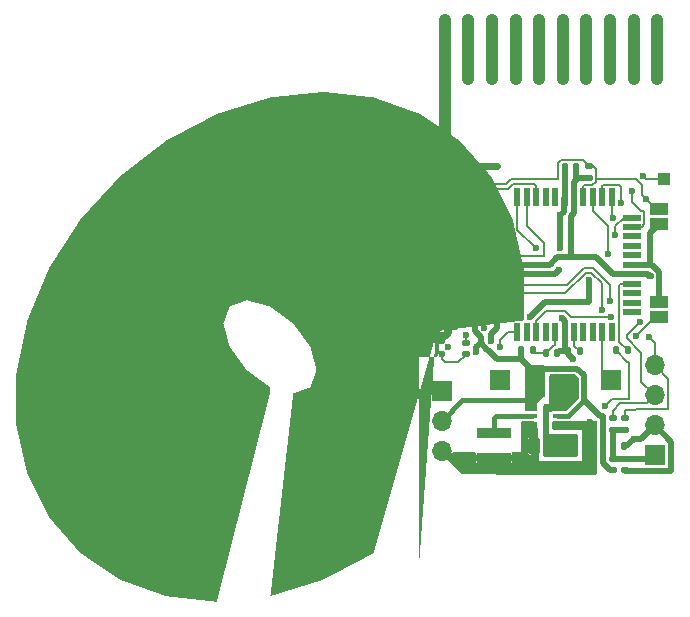
<source format=gbr>
%TF.GenerationSoftware,KiCad,Pcbnew,6.0.11-2627ca5db0~126~ubuntu22.04.1*%
%TF.CreationDate,2024-02-14T15:55:05+01:00*%
%TF.ProjectId,HB_Stamp_ATMega1284P_FUEL4EP,48425f53-7461-46d7-905f-41544d656761,1.4*%
%TF.SameCoordinates,Original*%
%TF.FileFunction,Copper,L1,Top*%
%TF.FilePolarity,Positive*%
%FSLAX46Y46*%
G04 Gerber Fmt 4.6, Leading zero omitted, Abs format (unit mm)*
G04 Created by KiCad (PCBNEW 6.0.11-2627ca5db0~126~ubuntu22.04.1) date 2024-02-14 15:55:05*
%MOMM*%
%LPD*%
G01*
G04 APERTURE LIST*
G04 Aperture macros list*
%AMRoundRect*
0 Rectangle with rounded corners*
0 $1 Rounding radius*
0 $2 $3 $4 $5 $6 $7 $8 $9 X,Y pos of 4 corners*
0 Add a 4 corners polygon primitive as box body*
4,1,4,$2,$3,$4,$5,$6,$7,$8,$9,$2,$3,0*
0 Add four circle primitives for the rounded corners*
1,1,$1+$1,$2,$3*
1,1,$1+$1,$4,$5*
1,1,$1+$1,$6,$7*
1,1,$1+$1,$8,$9*
0 Add four rect primitives between the rounded corners*
20,1,$1+$1,$2,$3,$4,$5,0*
20,1,$1+$1,$4,$5,$6,$7,0*
20,1,$1+$1,$6,$7,$8,$9,0*
20,1,$1+$1,$8,$9,$2,$3,0*%
%AMOutline4P*
0 Free polygon, 4 corners , with rotation*
0 The origin of the aperture is its center*
0 number of corners: always 4*
0 $1 to $8 corner X, Y*
0 $9 Rotation angle, in degrees counterclockwise*
0 create outline with 4 corners*
4,1,4,$1,$2,$3,$4,$5,$6,$7,$8,$1,$2,$9*%
%AMFreePoly0*
4,1,92,0.021486,0.847893,0.029275,0.848568,0.036784,0.846394,0.058270,0.844287,0.095897,0.829276,0.134796,0.818011,0.146566,0.809060,0.160306,0.803579,0.190004,0.776030,0.222241,0.751516,0.230002,0.738926,0.240845,0.728867,0.258632,0.692479,0.279886,0.657999,0.282594,0.643459,0.289089,0.630172,0.292584,0.589820,0.300000,0.550000,0.300000,-0.550000,0.297893,-0.571486,
0.298568,-0.579275,0.296394,-0.586784,0.294287,-0.608270,0.279276,-0.645897,0.268011,-0.684796,0.259060,-0.696566,0.253579,-0.710306,0.226030,-0.740004,0.201516,-0.772241,0.188926,-0.780002,0.178867,-0.790845,0.142479,-0.808632,0.107999,-0.829886,0.093459,-0.832594,0.080172,-0.839089,0.039820,-0.842584,0.000000,-0.850000,-1.100000,-0.850000,-1.121486,-0.847893,-1.129275,-0.848568,
-1.136784,-0.846394,-1.158270,-0.844287,-1.195897,-0.829276,-1.234796,-0.818011,-1.246566,-0.809060,-1.260306,-0.803579,-1.290004,-0.776030,-1.322241,-0.751516,-1.330002,-0.738926,-1.340845,-0.728867,-1.358632,-0.692479,-1.379886,-0.657999,-1.382594,-0.643459,-1.389089,-0.630172,-1.392584,-0.589820,-1.400000,-0.550000,-1.400000,0.000000,-0.705291,0.000000,-0.684486,-0.077645,-0.627646,-0.134486,
-0.550000,-0.155291,-0.472354,-0.134486,-0.415514,-0.077645,-0.394709,0.000000,-0.415514,0.077645,-0.472354,0.134486,-0.550000,0.155291,-0.627645,0.134486,-0.684486,0.077645,-0.705291,0.000000,-1.400000,0.000000,-1.400000,0.550000,-1.397893,0.571486,-1.398568,0.579275,-1.396394,0.586784,-1.394287,0.608270,-1.379276,0.645897,-1.368011,0.684796,-1.359060,0.696566,-1.353579,0.710306,
-1.326030,0.740004,-1.301516,0.772241,-1.288926,0.780002,-1.278867,0.790845,-1.242479,0.808632,-1.207999,0.829886,-1.193459,0.832594,-1.180172,0.839089,-1.139820,0.842584,-1.100000,0.850000,0.000000,0.850000,0.021486,0.847893,0.021486,0.847893,$1*%
%AMFreePoly1*
4,1,49,0.052363,0.295344,0.088849,0.295344,0.262664,0.258398,0.425000,0.186122,0.568761,0.081673,0.687664,-0.050383,0.776514,-0.204274,0.831425,-0.373275,0.850000,-0.550000,0.831425,-0.726725,0.776514,-0.895726,0.687664,-1.049617,0.568761,-1.181673,0.425000,-1.286122,0.262664,-1.358398,0.088849,-1.395344,-0.088849,-1.395344,-0.262664,-1.358398,-0.425000,-1.286122,-0.568761,-1.181673,
-0.687664,-1.049617,-0.776514,-0.895726,-0.831425,-0.726725,-0.850000,-0.550000,-0.155291,-0.550000,-0.134486,-0.627645,-0.077646,-0.684486,0.000000,-0.705291,0.077646,-0.684486,0.134486,-0.627645,0.155291,-0.550000,0.134486,-0.472355,0.077646,-0.415514,0.000000,-0.394709,-0.077645,-0.415514,-0.134486,-0.472355,-0.155291,-0.550000,-0.850000,-0.550000,-0.831425,-0.373275,-0.776514,-0.204274,
-0.687664,-0.050383,-0.568761,0.081673,-0.425000,0.186122,-0.262664,0.258398,-0.088849,0.295344,-0.052363,0.295344,-0.052094,0.295442,0.052094,0.295442,0.052363,0.295344,0.052363,0.295344,$1*%
G04 Aperture macros list end*
%TA.AperFunction,EtchedComponent*%
%ADD10C,1.000000*%
%TD*%
%TA.AperFunction,SMDPad,CuDef*%
%ADD11RoundRect,0.147500X-0.172500X0.147500X-0.172500X-0.147500X0.172500X-0.147500X0.172500X0.147500X0*%
%TD*%
%TA.AperFunction,SMDPad,CuDef*%
%ADD12RoundRect,0.140000X0.170000X-0.140000X0.170000X0.140000X-0.170000X0.140000X-0.170000X-0.140000X0*%
%TD*%
%TA.AperFunction,SMDPad,CuDef*%
%ADD13RoundRect,0.135000X0.185000X-0.135000X0.185000X0.135000X-0.185000X0.135000X-0.185000X-0.135000X0*%
%TD*%
%TA.AperFunction,SMDPad,CuDef*%
%ADD14RoundRect,0.140000X-0.140000X-0.170000X0.140000X-0.170000X0.140000X0.170000X-0.140000X0.170000X0*%
%TD*%
%TA.AperFunction,SMDPad,CuDef*%
%ADD15RoundRect,0.135000X-0.135000X-0.185000X0.135000X-0.185000X0.135000X0.185000X-0.135000X0.185000X0*%
%TD*%
%TA.AperFunction,SMDPad,CuDef*%
%ADD16RoundRect,0.250000X-0.250000X-0.475000X0.250000X-0.475000X0.250000X0.475000X-0.250000X0.475000X0*%
%TD*%
%TA.AperFunction,SMDPad,CuDef*%
%ADD17RoundRect,0.140000X0.140000X0.170000X-0.140000X0.170000X-0.140000X-0.170000X0.140000X-0.170000X0*%
%TD*%
%TA.AperFunction,SMDPad,CuDef*%
%ADD18R,3.000000X0.900000*%
%TD*%
%TA.AperFunction,SMDPad,CuDef*%
%ADD19R,0.900000X0.400000*%
%TD*%
%TA.AperFunction,SMDPad,CuDef*%
%ADD20R,0.550000X1.500000*%
%TD*%
%TA.AperFunction,SMDPad,CuDef*%
%ADD21R,1.500000X0.550000*%
%TD*%
%TA.AperFunction,ComponentPad*%
%ADD22R,1.700000X1.700000*%
%TD*%
%TA.AperFunction,ComponentPad*%
%ADD23O,1.700000X1.700000*%
%TD*%
%TA.AperFunction,ComponentPad*%
%ADD24C,1.000000*%
%TD*%
%TA.AperFunction,SMDPad,CuDef*%
%ADD25Outline4P,-0.350000X-0.400000X0.350000X-0.400000X0.050000X0.400000X-0.050000X0.400000X180.000000*%
%TD*%
%TA.AperFunction,SMDPad,CuDef*%
%ADD26C,0.500000*%
%TD*%
%TA.AperFunction,SMDPad,CuDef*%
%ADD27RoundRect,0.140000X-0.170000X0.140000X-0.170000X-0.140000X0.170000X-0.140000X0.170000X0.140000X0*%
%TD*%
%TA.AperFunction,SMDPad,CuDef*%
%ADD28R,1.000000X1.000000*%
%TD*%
%TA.AperFunction,SMDPad,CuDef*%
%ADD29R,1.500000X1.000000*%
%TD*%
%TA.AperFunction,SMDPad,CuDef*%
%ADD30C,0.600000*%
%TD*%
%TA.AperFunction,SMDPad,CuDef*%
%ADD31FreePoly0,180.000000*%
%TD*%
%TA.AperFunction,SMDPad,CuDef*%
%ADD32FreePoly1,180.000000*%
%TD*%
%TA.AperFunction,SMDPad,CuDef*%
%ADD33RoundRect,0.135000X0.135000X0.185000X-0.135000X0.185000X-0.135000X-0.185000X0.135000X-0.185000X0*%
%TD*%
%TA.AperFunction,SMDPad,CuDef*%
%ADD34RoundRect,0.147500X0.172500X-0.147500X0.172500X0.147500X-0.172500X0.147500X-0.172500X-0.147500X0*%
%TD*%
%TA.AperFunction,SMDPad,CuDef*%
%ADD35RoundRect,0.147500X0.147500X0.172500X-0.147500X0.172500X-0.147500X-0.172500X0.147500X-0.172500X0*%
%TD*%
%TA.AperFunction,ViaPad*%
%ADD36C,0.600000*%
%TD*%
%TA.AperFunction,Conductor*%
%ADD37C,0.200000*%
%TD*%
%TA.AperFunction,Conductor*%
%ADD38C,0.500000*%
%TD*%
%TA.AperFunction,Conductor*%
%ADD39C,0.400000*%
%TD*%
%TA.AperFunction,Conductor*%
%ADD40C,0.600000*%
%TD*%
G04 APERTURE END LIST*
D10*
%TO.C,AE1*%
X4049000Y38861500D02*
X4049000Y33861500D01*
X18049000Y38861500D02*
X18049000Y33861500D01*
X14049000Y38861500D02*
X14049000Y33861500D01*
X12049000Y38861500D02*
X12049000Y33861500D01*
X8049000Y38861500D02*
X8049000Y33861500D01*
X16049000Y38861500D02*
X16049000Y33861500D01*
X20049000Y38861500D02*
X20049000Y33861500D01*
X10049000Y38861500D02*
X10049000Y33861500D01*
X6049000Y38861500D02*
X6049000Y33861500D01*
X2049000Y27861500D02*
X2049000Y38861500D01*
%TO.C,NT1*%
G36*
X4060000Y24511000D02*
G01*
X3560000Y24511000D01*
X3560000Y25511000D01*
X4060000Y25511000D01*
X4060000Y24511000D01*
G37*
%TD*%
D11*
%TO.P,D1,1,K*%
%TO.N,GND*%
X4953000Y23980000D03*
%TO.P,D1,2,A*%
%TO.N,Net-(D1-Pad2)*%
X4953000Y23010000D03*
%TD*%
D12*
%TO.P,C1,1*%
%TO.N,/DTR*%
X3810000Y10569000D03*
%TO.P,C1,2*%
%TO.N,/RSETB*%
X3810000Y11529000D03*
%TD*%
D13*
%TO.P,R4,1*%
%TO.N,Net-(R4-Pad1)*%
X4951000Y21080000D03*
%TO.P,R4,2*%
%TO.N,Net-(D1-Pad2)*%
X4951000Y22100000D03*
%TD*%
%TO.P,R1,1*%
%TO.N,VCC*%
X14224000Y25525000D03*
%TO.P,R1,2*%
%TO.N,/RSETB*%
X14224000Y26545000D03*
%TD*%
D14*
%TO.P,C2,1*%
%TO.N,GND*%
X12506000Y10829000D03*
%TO.P,C2,2*%
%TO.N,Net-(C2-Pad2)*%
X13466000Y10829000D03*
%TD*%
D12*
%TO.P,C4,1*%
%TO.N,VCC*%
X19429000Y17173000D03*
%TO.P,C4,2*%
%TO.N,GND*%
X19429000Y18133000D03*
%TD*%
D14*
%TO.P,C6,1*%
%TO.N,GND*%
X12220000Y25400000D03*
%TO.P,C6,2*%
%TO.N,VCC*%
X13180000Y25400000D03*
%TD*%
%TO.P,C8,1*%
%TO.N,Net-(C8-Pad1)*%
X10601000Y10702000D03*
%TO.P,C8,2*%
%TO.N,GND*%
X11561000Y10702000D03*
%TD*%
D15*
%TO.P,R2,1*%
%TO.N,VCC*%
X8539000Y10956000D03*
%TO.P,R2,2*%
%TO.N,Net-(C8-Pad1)*%
X9559000Y10956000D03*
%TD*%
D13*
%TO.P,R6,1*%
%TO.N,/VDDA*%
X16256000Y4189000D03*
%TO.P,R6,2*%
%TO.N,/SCL*%
X16256000Y5209000D03*
%TD*%
D16*
%TO.P,C5,1*%
%TO.N,/plusBAT*%
X9575000Y2810000D03*
%TO.P,C5,2*%
%TO.N,GND*%
X11475000Y2810000D03*
%TD*%
D12*
%TO.P,C11,1*%
%TO.N,VCC*%
X4953000Y19205000D03*
%TO.P,C11,2*%
%TO.N,GND*%
X4953000Y20165000D03*
%TD*%
%TO.P,C12,1*%
%TO.N,VCC*%
X3937000Y19205000D03*
%TO.P,C12,2*%
%TO.N,GND*%
X3937000Y20165000D03*
%TD*%
D17*
%TO.P,C13,1*%
%TO.N,/ANT*%
X3909000Y26543000D03*
%TO.P,C13,2*%
%TO.N,Net-(AE1-Pad1)*%
X2949000Y26543000D03*
%TD*%
D18*
%TO.P,L1,1,1*%
%TO.N,/plusBAT*%
X6207000Y1821000D03*
%TO.P,L1,2,2*%
%TO.N,/L*%
X6207000Y3921000D03*
%TD*%
D19*
%TO.P,U2,1,VIN*%
%TO.N,/plusBAT*%
X11625000Y4700000D03*
%TO.P,U2,2,FB*%
%TO.N,VCC*%
X11625000Y5350000D03*
%TO.P,U2,3,GND*%
%TO.N,GND*%
X11625000Y6000000D03*
%TO.P,U2,4,VOUT*%
%TO.N,VCC*%
X9425000Y6000000D03*
%TO.P,U2,5,L*%
%TO.N,/L*%
X9425000Y5350000D03*
%TO.P,U2,6,EN*%
%TO.N,/plusBAT*%
X9425000Y4700000D03*
%TD*%
D16*
%TO.P,C9,1*%
%TO.N,VCC*%
X9575000Y8144000D03*
%TO.P,C9,2*%
%TO.N,GND*%
X11475000Y8144000D03*
%TD*%
D20*
%TO.P,U1,1,PB5*%
%TO.N,/MOSI*%
X16190000Y23861000D03*
%TO.P,U1,2,PB6*%
%TO.N,/MISO*%
X15390000Y23861000D03*
%TO.P,U1,3,PB7*%
%TO.N,/SCK*%
X14590000Y23861000D03*
%TO.P,U1,4,~{RESET}*%
%TO.N,/RSETB*%
X13790000Y23861000D03*
%TO.P,U1,5,VCC*%
%TO.N,VCC*%
X12990000Y23861000D03*
%TO.P,U1,6,GND*%
%TO.N,GND*%
X12190000Y23861000D03*
%TO.P,U1,7,XTAL2*%
%TO.N,unconnected-(U1-Pad7)*%
X11390000Y23861000D03*
%TO.P,U1,8,XTAL1*%
%TO.N,unconnected-(U1-Pad8)*%
X10590000Y23861000D03*
%TO.P,U1,9,PD0*%
%TO.N,/RXD0*%
X9790000Y23861000D03*
%TO.P,U1,10,PD1*%
%TO.N,/TXD0*%
X8990000Y23861000D03*
%TO.P,U1,11,PD2*%
%TO.N,/D2*%
X8190000Y23861000D03*
D21*
%TO.P,U1,12,PD3*%
%TO.N,unconnected-(U1-Pad12)*%
X6490000Y22161000D03*
%TO.P,U1,13,PD4*%
%TO.N,Net-(R4-Pad1)*%
X6490000Y21361000D03*
%TO.P,U1,14,PD5*%
%TO.N,unconnected-(U1-Pad14)*%
X6490000Y20561000D03*
%TO.P,U1,15,PD6*%
%TO.N,unconnected-(U1-Pad15)*%
X6490000Y19761000D03*
%TO.P,U1,16,PD7*%
%TO.N,unconnected-(U1-Pad16)*%
X6490000Y18961000D03*
%TO.P,U1,17,VCC*%
%TO.N,VCC*%
X6490000Y18161000D03*
%TO.P,U1,18,GND*%
%TO.N,GND*%
X6490000Y17361000D03*
%TO.P,U1,19,PC0*%
%TO.N,/SCL*%
X6490000Y16561000D03*
%TO.P,U1,20,PC1*%
%TO.N,/SDA*%
X6490000Y15761000D03*
%TO.P,U1,21,PC2*%
%TO.N,unconnected-(U1-Pad21)*%
X6490000Y14961000D03*
%TO.P,U1,22,PC3*%
%TO.N,unconnected-(U1-Pad22)*%
X6490000Y14161000D03*
D20*
%TO.P,U1,23,PC4*%
%TO.N,Net-(J7-Pad1)*%
X8190000Y12461000D03*
%TO.P,U1,24,PC5*%
%TO.N,unconnected-(U1-Pad24)*%
X8990000Y12461000D03*
%TO.P,U1,25,PC6*%
%TO.N,/CONFIG*%
X9790000Y12461000D03*
%TO.P,U1,26,PC7*%
%TO.N,unconnected-(U1-Pad26)*%
X10590000Y12461000D03*
%TO.P,U1,27,AVCC*%
%TO.N,Net-(C8-Pad1)*%
X11390000Y12461000D03*
%TO.P,U1,28,GND*%
%TO.N,GND*%
X12190000Y12461000D03*
%TO.P,U1,29,AREF*%
%TO.N,Net-(C2-Pad2)*%
X12990000Y12461000D03*
%TO.P,U1,30,PA7*%
%TO.N,unconnected-(U1-Pad30)*%
X13790000Y12461000D03*
%TO.P,U1,31,PA6*%
%TO.N,unconnected-(U1-Pad31)*%
X14590000Y12461000D03*
%TO.P,U1,32,PA5*%
%TO.N,Net-(J5-Pad1)*%
X15390000Y12461000D03*
%TO.P,U1,33,PA4*%
%TO.N,unconnected-(U1-Pad33)*%
X16190000Y12461000D03*
D21*
%TO.P,U1,34,PA3*%
%TO.N,unconnected-(U1-Pad34)*%
X17890000Y14161000D03*
%TO.P,U1,35,PA2*%
%TO.N,unconnected-(U1-Pad35)*%
X17890000Y14961000D03*
%TO.P,U1,36,PA1*%
%TO.N,unconnected-(U1-Pad36)*%
X17890000Y15761000D03*
%TO.P,U1,37,PA0*%
%TO.N,Net-(R3-Pad1)*%
X17890000Y16561000D03*
%TO.P,U1,38,VCC*%
%TO.N,VCC*%
X17890000Y17361000D03*
%TO.P,U1,39,GND*%
%TO.N,GND*%
X17890000Y18161000D03*
%TO.P,U1,40,PB0*%
%TO.N,unconnected-(U1-Pad40)*%
X17890000Y18961000D03*
%TO.P,U1,41,PB1*%
%TO.N,unconnected-(U1-Pad41)*%
X17890000Y19761000D03*
%TO.P,U1,42,PB2*%
%TO.N,unconnected-(U1-Pad42)*%
X17890000Y20561000D03*
%TO.P,U1,43,PB3*%
%TO.N,Net-(J6-Pad1)*%
X17890000Y21361000D03*
%TO.P,U1,44,PB4*%
%TO.N,/SS*%
X17890000Y22161000D03*
%TD*%
D17*
%TO.P,C3,1*%
%TO.N,VCC*%
X13180000Y26416000D03*
%TO.P,C3,2*%
%TO.N,GND*%
X12220000Y26416000D03*
%TD*%
D22*
%TO.P,J1,1,Pin_1*%
%TO.N,GND*%
X1778000Y7493000D03*
D23*
%TO.P,J1,2,Pin_2*%
%TO.N,VCC*%
X1778000Y4953000D03*
%TO.P,J1,3,Pin_3*%
%TO.N,/plusBAT*%
X1778000Y2413000D03*
%TD*%
D24*
%TO.P,AE1,*%
%TO.N,*%
X6049000Y38861500D03*
X20049000Y38861500D03*
X16049000Y33861500D03*
X8049000Y38861500D03*
X4049000Y33861500D03*
X10049000Y38861500D03*
X14049000Y38861500D03*
X12049000Y38861500D03*
X18049000Y33861500D03*
X16049000Y38861500D03*
X2049000Y38861500D03*
X14049000Y33861500D03*
X18049000Y38861500D03*
X20049000Y33861500D03*
X12049000Y33861500D03*
X8049000Y33861500D03*
X10049000Y33861500D03*
X4049000Y38861500D03*
X6049000Y33861500D03*
D25*
%TO.P,AE1,1,A*%
%TO.N,Net-(AE1-Pad1)*%
X2049000Y27161500D03*
%TD*%
D22*
%TO.P,J7,1,Pin_1*%
%TO.N,Net-(J7-Pad1)*%
X6731000Y8382000D03*
%TD*%
D26*
%TO.P,NT1,1,1*%
%TO.N,GND*%
X3810000Y25511000D03*
%TO.P,NT1,2,2*%
%TO.N,/CTS*%
X3810000Y24511000D03*
%TD*%
D27*
%TO.P,C14,1*%
%TO.N,/VDDA*%
X17272000Y1750000D03*
%TO.P,C14,2*%
%TO.N,GND*%
X17272000Y790000D03*
%TD*%
D22*
%TO.P,J4,1,Pin_1*%
%TO.N,/VDDA*%
X19812000Y2032000D03*
D23*
%TO.P,J4,2,Pin_2*%
%TO.N,GND*%
X19812000Y4572000D03*
%TO.P,J4,3,Pin_3*%
%TO.N,/SCL*%
X19812000Y7112000D03*
%TO.P,J4,4,Pin_4*%
%TO.N,/SDA*%
X19812000Y9652000D03*
%TD*%
D27*
%TO.P,C7,1*%
%TO.N,VCC*%
X4985000Y18294000D03*
%TO.P,C7,2*%
%TO.N,GND*%
X4985000Y17334000D03*
%TD*%
D28*
%TO.P,J6,1,Pin_1*%
%TO.N,Net-(J6-Pad1)*%
X20574000Y25400000D03*
%TD*%
D29*
%TO.P,JP2,1,A*%
%TO.N,/CONFIG*%
X20193000Y13701000D03*
%TO.P,JP2,2,B*%
%TO.N,GND*%
X20193000Y15001000D03*
%TD*%
%TO.P,JP1,1,A*%
%TO.N,GND*%
X20193000Y21575000D03*
%TO.P,JP1,2,B*%
%TO.N,/RSETB*%
X20193000Y22875000D03*
%TD*%
D30*
%TO.P,J2,1,Pin_1*%
%TO.N,/DTR*%
X1778000Y10626000D03*
D31*
X1228000Y11176000D03*
D30*
X2328000Y11176000D03*
X1778000Y11726000D03*
%TO.P,J2,2,Pin_2*%
%TO.N,/TXD0*%
X2328000Y13716000D03*
D32*
X1778000Y13166000D03*
D30*
X1778000Y14266000D03*
X1228000Y13716000D03*
%TO.P,J2,3,Pin_3*%
%TO.N,/RXD0*%
X2328000Y16256000D03*
X1778000Y16806000D03*
X1228000Y16256000D03*
D32*
X1778000Y15706000D03*
D30*
%TO.P,J2,4,Pin_4*%
%TO.N,VCC*%
X2328000Y18796000D03*
X1228000Y18796000D03*
X1778000Y19346000D03*
D32*
X1778000Y18246000D03*
D30*
%TO.P,J2,5,Pin_5*%
%TO.N,/CTS*%
X1778000Y21886000D03*
D32*
X1778000Y20786000D03*
D30*
X1228000Y21336000D03*
X2328000Y21336000D03*
%TO.P,J2,6,Pin_6*%
%TO.N,GND*%
X1778000Y24426000D03*
D32*
X1778000Y23326000D03*
D30*
X1228000Y23876000D03*
X2328000Y23876000D03*
%TD*%
D22*
%TO.P,J5,1,Pin_1*%
%TO.N,Net-(J5-Pad1)*%
X16129000Y8382000D03*
%TD*%
D33*
%TO.P,R3,1*%
%TO.N,Net-(R3-Pad1)*%
X17528000Y10922000D03*
%TO.P,R3,2*%
%TO.N,/plusBAT*%
X16508000Y10922000D03*
%TD*%
D34*
%TO.P,FB1,1*%
%TO.N,VCC*%
X16256000Y785000D03*
%TO.P,FB1,2*%
%TO.N,/VDDA*%
X16256000Y1755000D03*
%TD*%
D13*
%TO.P,R5,1*%
%TO.N,/VDDA*%
X17272000Y4189000D03*
%TO.P,R5,2*%
%TO.N,/SDA*%
X17272000Y5209000D03*
%TD*%
D35*
%TO.P,L2,1,1*%
%TO.N,Net-(AE1-Pad1)*%
X1882000Y26416000D03*
%TO.P,L2,2,2*%
%TO.N,GND*%
X912000Y26416000D03*
%TD*%
D14*
%TO.P,C10,1*%
%TO.N,/VDDA*%
X16284000Y2794000D03*
%TO.P,C10,2*%
%TO.N,GND*%
X17244000Y2794000D03*
%TD*%
D36*
%TO.N,GND*%
X11957454Y13615936D03*
X14224000Y16891000D03*
X18131000Y732000D03*
X12943781Y10146292D03*
X3979911Y20404089D03*
X12700000Y8382000D03*
X6477000Y13081000D03*
X11811000Y19558000D03*
X19431000Y19177000D03*
X5969000Y11684000D03*
X11747500Y17716500D03*
X2413000Y25527000D03*
X18034000Y3429000D03*
X9271000Y13716000D03*
X6350000Y23622000D03*
X4345247Y16549501D03*
X12700000Y7239000D03*
X11811000Y22352000D03*
%TO.N,/SS*%
X16474855Y20670249D03*
%TO.N,/D2*%
X9779000Y19558000D03*
%TO.N,/SCL*%
X16044911Y15070089D03*
X18542000Y13335000D03*
%TO.N,/SDA*%
X15371930Y14318300D03*
X19304000Y12065000D03*
%TO.N,/MOSI*%
X16282502Y22098000D03*
%TO.N,/SCK*%
X4318000Y15350001D03*
X3827500Y17653000D03*
X15875355Y19048111D03*
%TO.N,/MISO*%
X16964502Y23368000D03*
%TO.N,VCC*%
X4699000Y10795000D03*
X4064001Y18668999D03*
%TO.N,/plusBAT*%
X14351000Y4826000D03*
X15621000Y6223000D03*
X12828000Y4700000D03*
X8763000Y3937000D03*
%TO.N,/CONFIG*%
X18229662Y12100500D03*
X16129000Y13716000D03*
%TO.N,/RSETB*%
X3859055Y12227500D03*
X19059500Y23758500D03*
X4734500Y25237500D03*
%TO.N,/TXD0*%
X2923399Y12866436D03*
X7747000Y19050000D03*
X5210925Y16153427D03*
X5334000Y12827000D03*
%TO.N,Net-(J6-Pad1)*%
X18796000Y25654000D03*
X17907000Y24384000D03*
%TO.N,Net-(J7-Pad1)*%
X6731000Y11176000D03*
%TO.N,/ANT*%
X6477000Y26543000D03*
%TD*%
D37*
%TO.N,/RXD0*%
X1778000Y16806000D02*
X1228000Y16806000D01*
X628000Y17406000D02*
X628000Y19297000D01*
X2175255Y19955255D02*
X4318000Y22098000D01*
X4318000Y24297861D02*
X4639638Y24619499D01*
X1228000Y16806000D02*
X628000Y17406000D01*
X628000Y19297000D02*
X1286255Y19955255D01*
X1286255Y19955255D02*
X2175255Y19955255D01*
X4318000Y22098000D02*
X4318000Y24297861D01*
X4639638Y24619499D02*
X7404479Y24619499D01*
X7785479Y25000499D02*
X9600501Y25000499D01*
X7404479Y24619499D02*
X7785479Y25000499D01*
X9600501Y25000499D02*
X9790000Y24811000D01*
X9790000Y24811000D02*
X9790000Y23861000D01*
D38*
%TO.N,GND*%
X4953000Y20165000D02*
X4219000Y20165000D01*
X4219000Y20165000D02*
X3979911Y20404089D01*
D37*
%TO.N,/DTR*%
X1778000Y10160000D02*
X1778000Y10626000D01*
%TO.N,/TXD0*%
X2923399Y12866436D02*
X2923399Y13120601D01*
X2923399Y13120601D02*
X2328000Y13716000D01*
D38*
%TO.N,VCC*%
X2328000Y18796000D02*
X3937000Y18796000D01*
X3937000Y18796000D02*
X4064001Y18668999D01*
X5080000Y12021046D02*
X4584500Y12516546D01*
D37*
%TO.N,/SCK*%
X4318000Y15350001D02*
X3745747Y15922254D01*
D38*
%TO.N,VCC*%
X4584500Y12516546D02*
X4584500Y13366454D01*
D37*
%TO.N,/SCK*%
X3745747Y17571247D02*
X3827500Y17653000D01*
X3745747Y15922254D02*
X3745747Y17571247D01*
D38*
%TO.N,VCC*%
X5080000Y11557000D02*
X5080000Y12021046D01*
X4584500Y13366454D02*
X3078000Y14872954D01*
X3078000Y18046000D02*
X2328000Y18796000D01*
X3078000Y14872954D02*
X3078000Y18046000D01*
D37*
%TO.N,/CTS*%
X3810000Y23368000D02*
X2328000Y21886000D01*
X2328000Y21886000D02*
X1778000Y21886000D01*
D38*
%TO.N,GND*%
X1778000Y24426000D02*
X1778000Y24892000D01*
X1778000Y24892000D02*
X2413000Y25527000D01*
X19613386Y18133000D02*
X20193000Y17553386D01*
X5098501Y23834499D02*
X6137501Y23834499D01*
X12190000Y11145000D02*
X12506000Y10829000D01*
X17399000Y2794000D02*
X18034000Y3429000D01*
X11688000Y10829000D02*
X11561000Y10702000D01*
X17330000Y732000D02*
X18131000Y732000D01*
X17244000Y2794000D02*
X17399000Y2794000D01*
X12220000Y25400000D02*
X12220000Y23891000D01*
X12115000Y23786000D02*
X12115000Y22661000D01*
X19431000Y19177000D02*
X19431000Y20813000D01*
X12220000Y23891000D02*
X12190000Y23861000D01*
X4345247Y16694247D02*
X4345247Y16549501D01*
X912000Y25713007D02*
X1106007Y25519000D01*
X3810000Y25265000D02*
X2675000Y25265000D01*
D39*
X10525000Y3760000D02*
X10525000Y5750000D01*
D38*
X2921000Y25511000D02*
X2675000Y25265000D01*
X21209000Y3175000D02*
X19812000Y4572000D01*
X21179000Y732000D02*
X21209000Y762000D01*
X2405000Y25519000D02*
X2413000Y25527000D01*
X12115000Y22661000D02*
X11806000Y22352000D01*
X21209000Y762000D02*
X21209000Y3175000D01*
X11392000Y17361000D02*
X11747500Y17716500D01*
X10541000Y14986000D02*
X14224000Y14986000D01*
X12220000Y26416000D02*
X12220000Y25400000D01*
X12190000Y12461000D02*
X12190000Y13383390D01*
X19429000Y18133000D02*
X19613386Y18133000D01*
X17890000Y18161000D02*
X19401000Y18161000D01*
X11625000Y6917000D02*
X11625000Y7994000D01*
X17272000Y790000D02*
X17330000Y732000D01*
X20193000Y17553386D02*
X20193000Y15001000D01*
X12462000Y8144000D02*
X12700000Y8382000D01*
D39*
X10775000Y6000000D02*
X11625000Y6000000D01*
D38*
X12190000Y12461000D02*
X12190000Y11145000D01*
X19431000Y19177000D02*
X19431000Y18135000D01*
X912000Y26416000D02*
X912000Y25713007D01*
X12506000Y10829000D02*
X12506000Y10584073D01*
X4953000Y23980000D02*
X5098501Y23834499D01*
X3794000Y25527000D02*
X3810000Y25511000D01*
X11806000Y22352000D02*
X11811000Y22352000D01*
X11811000Y22352000D02*
X11811000Y19558000D01*
X11625000Y6000000D02*
X11625000Y6917000D01*
D39*
X10525000Y5750000D02*
X10775000Y6000000D01*
D38*
X1106007Y25519000D02*
X2405000Y25519000D01*
X5969000Y11684000D02*
X5969000Y12319000D01*
X18669000Y3429000D02*
X18034000Y3429000D01*
X6490000Y17361000D02*
X5012000Y17361000D01*
X2675000Y25265000D02*
X2413000Y25527000D01*
X19431000Y20813000D02*
X20193000Y21575000D01*
X12190000Y13383390D02*
X11957454Y13615936D01*
X2413000Y25527000D02*
X3794000Y25527000D01*
X3810000Y25511000D02*
X2921000Y25511000D01*
X5969000Y12319000D02*
X6477000Y12827000D01*
X19812000Y4572000D02*
X18669000Y3429000D01*
X9271000Y13716000D02*
X10541000Y14986000D01*
X12700000Y8382000D02*
X12700000Y7239000D01*
X4985000Y17334000D02*
X4345247Y16694247D01*
X12506000Y10829000D02*
X11688000Y10829000D01*
X11475000Y8144000D02*
X12462000Y8144000D01*
X12190000Y23861000D02*
X12115000Y23786000D01*
X14224000Y14986000D02*
X14224000Y16891000D01*
X18131000Y732000D02*
X21179000Y732000D01*
X12506000Y10584073D02*
X12943781Y10146292D01*
D39*
X11475000Y2810000D02*
X10525000Y3760000D01*
D38*
X6490000Y17361000D02*
X11392000Y17361000D01*
X6137501Y23834499D02*
X6350000Y23622000D01*
X6477000Y12827000D02*
X6477000Y13081000D01*
D37*
%TO.N,Net-(D1-Pad2)*%
X4951000Y22100000D02*
X4951000Y23008000D01*
%TO.N,/SS*%
X17193324Y22161000D02*
X16474855Y21442531D01*
X16474855Y21442531D02*
X16474855Y20670249D01*
X17890000Y22161000D02*
X17193324Y22161000D01*
%TO.N,/D2*%
X8190000Y21147000D02*
X9779000Y19558000D01*
X8190000Y23861000D02*
X8190000Y21147000D01*
%TO.N,/SCL*%
X18662000Y8262000D02*
X18662000Y10723183D01*
X13810199Y17890001D02*
X14637801Y17890001D01*
X12388697Y16468499D02*
X13810199Y17890001D01*
X16254000Y5761183D02*
X16254000Y5211000D01*
X16044911Y16482891D02*
X16044911Y15070089D01*
X16925316Y6432499D02*
X16254000Y5761183D01*
X14637801Y17890001D02*
X16044911Y16482891D01*
X17447183Y11938000D02*
X17447183Y12240183D01*
X6582501Y16468499D02*
X12388697Y16468499D01*
X19812000Y7112000D02*
X18662000Y8262000D01*
X19132499Y6432499D02*
X16925316Y6432499D01*
X18662000Y10723183D02*
X17447183Y11938000D01*
X17447183Y12240183D02*
X18542000Y13335000D01*
X19812000Y7112000D02*
X19132499Y6432499D01*
%TO.N,/SDA*%
X14472322Y17490500D02*
X15371930Y16590892D01*
X13975678Y17490500D02*
X14472322Y17490500D01*
X12246178Y15761000D02*
X13975678Y17490500D01*
X19812000Y9652000D02*
X20962000Y8502000D01*
X20962000Y5976000D02*
X20948000Y5962000D01*
X6490000Y15761000D02*
X12246178Y15761000D01*
X15371930Y16590892D02*
X15371930Y14318300D01*
X19812000Y9652000D02*
X19812000Y11557000D01*
X18267960Y5962000D02*
X18149960Y5844000D01*
X20948000Y5962000D02*
X18267960Y5962000D01*
X17272000Y5844000D02*
X17272000Y5209000D01*
X20962000Y8502000D02*
X20962000Y5976000D01*
X19812000Y11557000D02*
X19304000Y12065000D01*
X18149960Y5844000D02*
X17272000Y5844000D01*
D38*
%TO.N,/VDDA*%
X16284000Y2794000D02*
X16284000Y4161000D01*
X17272000Y4189000D02*
X16256000Y4189000D01*
X16284000Y4161000D02*
X16256000Y4189000D01*
X17272000Y1750000D02*
X19530000Y1750000D01*
X16256000Y1755000D02*
X17267000Y1755000D01*
X16284000Y2794000D02*
X16284000Y1783000D01*
D37*
%TO.N,/MOSI*%
X16190000Y22190502D02*
X16282502Y22098000D01*
X16190000Y23861000D02*
X16190000Y22190502D01*
%TO.N,/SCK*%
X14590000Y22748000D02*
X15875355Y21462645D01*
X15875355Y21462645D02*
X15875355Y19048111D01*
X14590000Y23861000D02*
X14590000Y22748000D01*
%TO.N,/MISO*%
X16765000Y24911000D02*
X15490000Y24911000D01*
X15490000Y24911000D02*
X15390000Y24811000D01*
X16964502Y23368000D02*
X16964502Y24711498D01*
X16964502Y24711498D02*
X16765000Y24911000D01*
X15390000Y24811000D02*
X15390000Y23861000D01*
D38*
%TO.N,VCC*%
X4985000Y18383000D02*
X4381501Y18986499D01*
X6490000Y18161000D02*
X5118000Y18161000D01*
X12700000Y18923000D02*
X12802498Y18820502D01*
X19241000Y17361000D02*
X19429000Y17173000D01*
X15486000Y5326000D02*
X15478000Y5334000D01*
X12700000Y22256756D02*
X12990000Y22546756D01*
X5118000Y18161000D02*
X4985000Y18294000D01*
X5080000Y11513046D02*
X5080000Y11557000D01*
X13827000Y6702000D02*
X13827000Y8812000D01*
X13286000Y9353000D02*
X9575000Y9353000D01*
X12700000Y22256756D02*
X12700000Y18923000D01*
X16256000Y785000D02*
X16061007Y785000D01*
X15486000Y1360007D02*
X15486000Y5326000D01*
X13305000Y25525000D02*
X13180000Y25400000D01*
D39*
X9425000Y6704000D02*
X3529000Y6704000D01*
D38*
X12790496Y18808500D02*
X12802498Y18820502D01*
X6477000Y10160000D02*
X5702500Y10934500D01*
X4699000Y11176000D02*
X4699000Y10795000D01*
X14865412Y18820502D02*
X16324914Y17361000D01*
X9575000Y9353000D02*
X9575000Y8144000D01*
D39*
X11625000Y5350000D02*
X12475000Y5350000D01*
D38*
X3937000Y19205000D02*
X4953000Y19205000D01*
X15478000Y5334000D02*
X15195000Y5334000D01*
X17890000Y17361000D02*
X19241000Y17361000D01*
X11569500Y18808500D02*
X12790496Y18808500D01*
X4600002Y19205000D02*
X4381501Y18986499D01*
X4953000Y19205000D02*
X4600002Y19205000D01*
X5080000Y11557000D02*
X4699000Y11176000D01*
X8539000Y10956000D02*
X8539000Y10168000D01*
X4985000Y18294000D02*
X4985000Y18383000D01*
D39*
X12475000Y5350000D02*
X13827000Y6702000D01*
D38*
X16061007Y785000D02*
X15486000Y1360007D01*
X16324914Y17361000D02*
X17890000Y17361000D01*
X13180000Y25400000D02*
X12990000Y25210000D01*
X5702500Y10934500D02*
X5658546Y10934500D01*
X13180000Y26416000D02*
X13180000Y25400000D01*
X3937000Y19205000D02*
X3937000Y18796000D01*
D39*
X9454000Y9253000D02*
X9370000Y9337000D01*
D38*
X6490000Y18161000D02*
X10922000Y18161000D01*
D39*
X3529000Y6704000D02*
X1778000Y4953000D01*
D38*
X14224000Y25525000D02*
X13305000Y25525000D01*
X12802498Y18820502D02*
X14865412Y18820502D01*
X9425000Y6704000D02*
X9425000Y7994000D01*
X9370000Y9337000D02*
X8547000Y10160000D01*
X4953000Y19205000D02*
X4953000Y18326000D01*
X5658546Y10934500D02*
X5080000Y11513046D01*
X15195000Y5334000D02*
X13827000Y6702000D01*
X8547000Y10160000D02*
X6477000Y10160000D01*
X9425000Y6000000D02*
X9425000Y6704000D01*
X10922000Y18161000D02*
X11569500Y18808500D01*
X8539000Y10168000D02*
X8547000Y10160000D01*
X4381501Y18986499D02*
X4064001Y18668999D01*
X13827000Y8812000D02*
X13286000Y9353000D01*
X12990000Y25210000D02*
X12990000Y23861000D01*
X12990000Y22546756D02*
X12990000Y23861000D01*
X4953000Y18326000D02*
X4985000Y18294000D01*
%TO.N,/plusBAT*%
X9575000Y2810000D02*
X9575000Y3860000D01*
D37*
X17679000Y6832000D02*
X16230000Y6832000D01*
D40*
X6433000Y679000D02*
X6207000Y905000D01*
D38*
X9575000Y4550000D02*
X9425000Y4700000D01*
X8763000Y3937000D02*
X9498000Y3937000D01*
D37*
X16230000Y6832000D02*
X15621000Y6223000D01*
D38*
X9498000Y3937000D02*
X9575000Y3860000D01*
X14556000Y778000D02*
X14556000Y4367000D01*
X9603000Y651000D02*
X9575000Y679000D01*
D40*
X9575000Y2810000D02*
X9575000Y679000D01*
X6207000Y905000D02*
X6207000Y1821000D01*
D37*
X17679000Y9932000D02*
X17679000Y6832000D01*
D38*
X9575000Y3860000D02*
X9575000Y4550000D01*
X14429000Y651000D02*
X14556000Y778000D01*
X9425000Y4599000D02*
X8763000Y3937000D01*
D37*
X17498000Y9932000D02*
X17679000Y9932000D01*
D39*
X1778000Y2413000D02*
X3512000Y679000D01*
D38*
X14556000Y4367000D02*
X14223000Y4700000D01*
X9603000Y651000D02*
X14429000Y651000D01*
D39*
X3512000Y679000D02*
X6433000Y679000D01*
D38*
X9425000Y4700000D02*
X9425000Y4599000D01*
D39*
X11625000Y4700000D02*
X14223000Y4700000D01*
D40*
X9575000Y679000D02*
X6433000Y679000D01*
D37*
X16508000Y10922000D02*
X17498000Y9932000D01*
%TO.N,/CONFIG*%
X12705212Y13716000D02*
X16129000Y13716000D01*
X12205776Y14215436D02*
X12705212Y13716000D01*
X9790000Y13411000D02*
X10594436Y14215436D01*
X10594436Y14215436D02*
X12205776Y14215436D01*
X9790000Y12461000D02*
X9790000Y13411000D01*
X19830162Y13701000D02*
X18229662Y12100500D01*
%TO.N,/DTR*%
X2032000Y9906000D02*
X1778000Y10160000D01*
X3810000Y10541000D02*
X3175000Y9906000D01*
X3175000Y9906000D02*
X2032000Y9906000D01*
%TO.N,/RSETB*%
X18710178Y24892000D02*
X18217178Y25385000D01*
X14844000Y25209817D02*
X14844000Y25385000D01*
X18710178Y24107822D02*
X18710178Y24892000D01*
X19059500Y23758500D02*
X18710178Y24107822D01*
X11640000Y25400000D02*
X7620000Y25400000D01*
X3810000Y12178445D02*
X3859055Y12227500D01*
X13743000Y27026000D02*
X11897746Y27026000D01*
X14603000Y26545000D02*
X14224000Y26545000D01*
X19943000Y22875000D02*
X19059500Y23758500D01*
X4953000Y25019000D02*
X4734500Y25237500D01*
X13790000Y24811000D02*
X13890000Y24911000D01*
X11640000Y26768254D02*
X11640000Y25400000D01*
X7620000Y25400000D02*
X7239000Y25019000D01*
X14545183Y24911000D02*
X14844000Y25209817D01*
X13890000Y24911000D02*
X14545183Y24911000D01*
X11897746Y27026000D02*
X11640000Y26768254D01*
X14844000Y26304000D02*
X14603000Y26545000D01*
X18217178Y25385000D02*
X14844000Y25385000D01*
X13790000Y23861000D02*
X13790000Y24811000D01*
X3810000Y11529000D02*
X3810000Y12178445D01*
X7239000Y25019000D02*
X4953000Y25019000D01*
X14224000Y26545000D02*
X13743000Y27026000D01*
X14844000Y25385000D02*
X14844000Y26304000D01*
%TO.N,/TXD0*%
X8990000Y21436000D02*
X10414000Y20012000D01*
X10414000Y18923000D02*
X7874000Y18923000D01*
X7874000Y18923000D02*
X7747000Y19050000D01*
X5210925Y12950075D02*
X5334000Y12827000D01*
X10414000Y20012000D02*
X10414000Y18923000D01*
X5210925Y16153427D02*
X5210925Y12950075D01*
X8990000Y23861000D02*
X8990000Y21436000D01*
%TO.N,Net-(J5-Pad1)*%
X15390000Y9121000D02*
X15390000Y12461000D01*
%TO.N,Net-(J6-Pad1)*%
X17907000Y24384000D02*
X17907000Y23495000D01*
X19050000Y25400000D02*
X18796000Y25654000D01*
X18666000Y22736000D02*
X18940000Y22736000D01*
X18940000Y22736000D02*
X18940000Y21586000D01*
X20574000Y25400000D02*
X19050000Y25400000D01*
X18940000Y21586000D02*
X18715000Y21361000D01*
X17907000Y23495000D02*
X18666000Y22736000D01*
X18715000Y21361000D02*
X17890000Y21361000D01*
D39*
%TO.N,/L*%
X6207000Y5191000D02*
X6207000Y3921000D01*
X9425000Y5350000D02*
X6366000Y5350000D01*
X6366000Y5350000D02*
X6207000Y5191000D01*
D37*
%TO.N,Net-(J7-Pad1)*%
X6731000Y11811000D02*
X6731000Y11176000D01*
X7381000Y12461000D02*
X6731000Y11811000D01*
X8190000Y12461000D02*
X7381000Y12461000D01*
D40*
%TO.N,Net-(AE1-Pad1)*%
X2413000Y26416000D02*
X2822000Y26416000D01*
X1882000Y26416000D02*
X2413000Y26416000D01*
D37*
X2049000Y26780000D02*
X2049000Y27062000D01*
X2049000Y27161500D02*
X2049000Y26306000D01*
D40*
X2822000Y26416000D02*
X2949000Y26543000D01*
D37*
%TO.N,Net-(R3-Pad1)*%
X16799500Y11650500D02*
X17528000Y10922000D01*
X16799500Y16420500D02*
X16799500Y11650500D01*
X16940000Y16561000D02*
X16799500Y16420500D01*
X17890000Y16561000D02*
X16940000Y16561000D01*
%TO.N,Net-(R4-Pad1)*%
X5232000Y21361000D02*
X4951000Y21080000D01*
X6490000Y21361000D02*
X5232000Y21361000D01*
D40*
%TO.N,/ANT*%
X6477000Y26543000D02*
X3909000Y26543000D01*
D37*
%TO.N,/CTS*%
X3810000Y24265000D02*
X3810000Y23368000D01*
%TO.N,Net-(C2-Pad2)*%
X12990000Y11305000D02*
X13466000Y10829000D01*
X12990000Y12461000D02*
X12990000Y11305000D01*
%TO.N,Net-(C8-Pad1)*%
X11390000Y11407112D02*
X11333858Y11407112D01*
X10601000Y10702000D02*
X9813000Y10702000D01*
X11333858Y11407112D02*
X10628746Y10702000D01*
X9813000Y10702000D02*
X9559000Y10956000D01*
X11390000Y12461000D02*
X11390000Y11407112D01*
%TD*%
%TA.AperFunction,Conductor*%
%TO.N,/plusBAT*%
G36*
X9567121Y4929498D02*
G01*
X9613614Y4875842D01*
X9625000Y4823500D01*
X9625000Y4518115D01*
X9629475Y4502876D01*
X9630865Y4501671D01*
X9638548Y4500000D01*
X9780000Y4500000D01*
X9848121Y4479998D01*
X9894614Y4426342D01*
X9906000Y4374000D01*
X9906000Y3646612D01*
X9885998Y3578491D01*
X9835593Y3534815D01*
X9830671Y3529135D01*
X9829000Y3521452D01*
X9829000Y2103115D01*
X9833475Y2087876D01*
X9834865Y2086671D01*
X9842548Y2085000D01*
X9843437Y2085000D01*
X9855694Y2086207D01*
X9866415Y2088340D01*
X9906000Y2084799D01*
X9906000Y889000D01*
X9636000Y883490D01*
X6119424Y811723D01*
X3736691Y763096D01*
X3668176Y781704D01*
X3645025Y799975D01*
X3055885Y1389115D01*
X4707000Y1389115D01*
X4711475Y1373876D01*
X4712865Y1372671D01*
X4720548Y1371000D01*
X5934885Y1371000D01*
X5950124Y1375475D01*
X5951329Y1376865D01*
X5953000Y1384548D01*
X5953000Y1389115D01*
X6461000Y1389115D01*
X6465475Y1373876D01*
X6466865Y1372671D01*
X6474548Y1371000D01*
X7688885Y1371000D01*
X7704124Y1375475D01*
X7705329Y1376865D01*
X7707000Y1384548D01*
X7707000Y1548885D01*
X7702525Y1564124D01*
X7701135Y1565329D01*
X7693452Y1567000D01*
X6479115Y1567000D01*
X6463876Y1562525D01*
X6462671Y1561135D01*
X6461000Y1553452D01*
X6461000Y1389115D01*
X5953000Y1389115D01*
X5953000Y1548885D01*
X5948525Y1564124D01*
X5947135Y1565329D01*
X5939452Y1567000D01*
X4725115Y1567000D01*
X4709876Y1562525D01*
X4708671Y1561135D01*
X4707000Y1553452D01*
X4707000Y1389115D01*
X3055885Y1389115D01*
X2561579Y1883421D01*
X2527553Y1945733D01*
X2532618Y2016548D01*
X2541555Y2035517D01*
X2555492Y2059657D01*
X2560830Y2071646D01*
X2602189Y2198936D01*
X2642262Y2257542D01*
X2707659Y2285179D01*
X2722022Y2286000D01*
X4581000Y2286000D01*
X4649121Y2265998D01*
X4695614Y2212342D01*
X4707000Y2160000D01*
X4707000Y2093115D01*
X4711475Y2077876D01*
X4712865Y2076671D01*
X4720548Y2075000D01*
X7688885Y2075000D01*
X7704124Y2079475D01*
X7705329Y2080865D01*
X7707000Y2088548D01*
X7707000Y2160000D01*
X7727002Y2228121D01*
X7780658Y2274614D01*
X7833000Y2286000D01*
X8509000Y2286000D01*
X8509000Y2316563D01*
X9075000Y2316563D01*
X9076207Y2304309D01*
X9087085Y2249623D01*
X9096398Y2227138D01*
X9137867Y2165076D01*
X9155076Y2147867D01*
X9217138Y2106398D01*
X9239623Y2097085D01*
X9294309Y2086207D01*
X9303809Y2085271D01*
X9318124Y2089475D01*
X9319329Y2090865D01*
X9321000Y2098548D01*
X9321000Y2537885D01*
X9316525Y2553124D01*
X9315135Y2554329D01*
X9307452Y2556000D01*
X9093115Y2556000D01*
X9077876Y2551525D01*
X9076671Y2550135D01*
X9075000Y2542452D01*
X9075000Y2316563D01*
X8509000Y2316563D01*
X8509000Y3082115D01*
X9075000Y3082115D01*
X9079475Y3066876D01*
X9080865Y3065671D01*
X9088548Y3064000D01*
X9302885Y3064000D01*
X9318124Y3068475D01*
X9319329Y3069865D01*
X9321000Y3077548D01*
X9321000Y3516885D01*
X9316525Y3532124D01*
X9315135Y3533329D01*
X9307452Y3535000D01*
X9306563Y3535000D01*
X9294309Y3533793D01*
X9239623Y3522915D01*
X9217138Y3513602D01*
X9155076Y3472133D01*
X9137867Y3454924D01*
X9096398Y3392862D01*
X9087085Y3370377D01*
X9076207Y3315691D01*
X9075000Y3303437D01*
X9075000Y3082115D01*
X8509000Y3082115D01*
X8509000Y4823500D01*
X8529002Y4891621D01*
X8582658Y4938114D01*
X8635000Y4949500D01*
X9499000Y4949500D01*
X9567121Y4929498D01*
G37*
%TD.AperFunction*%
%TD*%
%TA.AperFunction,Conductor*%
%TO.N,GND*%
G36*
X10906000Y3826000D02*
G01*
X13193000Y3826000D01*
X13261121Y3805998D01*
X13307614Y3752342D01*
X13319000Y3700000D01*
X13319000Y2047000D01*
X13298998Y1978879D01*
X13245342Y1932386D01*
X13193000Y1921000D01*
X10524000Y1921000D01*
X10455879Y1941002D01*
X10409386Y1994658D01*
X10398000Y2047000D01*
X10398000Y6240000D01*
X10418002Y6308121D01*
X10471658Y6354614D01*
X10524000Y6366000D01*
X10906000Y6366000D01*
X10906000Y3826000D01*
G37*
%TD.AperFunction*%
%TD*%
%TA.AperFunction,Conductor*%
%TO.N,/plusBAT*%
G36*
X14912121Y4948998D02*
G01*
X14958614Y4895342D01*
X14970000Y4843000D01*
X14970000Y523000D01*
X14949998Y454879D01*
X14896342Y408386D01*
X14844000Y397000D01*
X9762000Y397000D01*
X9693879Y417002D01*
X9647386Y470658D01*
X9636000Y523000D01*
X9636000Y3572000D01*
X9918485Y3572000D01*
X9980095Y3538359D01*
X10014120Y3476047D01*
X10017000Y3449263D01*
X10017000Y1540000D01*
X13700000Y1540000D01*
X13700000Y4207000D01*
X11286000Y4207000D01*
X11217879Y4227002D01*
X11171386Y4280658D01*
X11160000Y4333000D01*
X11160000Y4823500D01*
X11180002Y4891621D01*
X11233658Y4938114D01*
X11286000Y4949500D01*
X12538433Y4949500D01*
X12547864Y4952564D01*
X12547868Y4952565D01*
X12559353Y4956297D01*
X12578578Y4960913D01*
X12590507Y4962802D01*
X12590509Y4962803D01*
X12600304Y4964354D01*
X12600349Y4964377D01*
X12629539Y4969000D01*
X14844000Y4969000D01*
X14912121Y4948998D01*
G37*
%TD.AperFunction*%
%TD*%
%TA.AperFunction,Conductor*%
%TO.N,VCC*%
G36*
X10467121Y9647998D02*
G01*
X10513614Y9594342D01*
X10525000Y9542000D01*
X10525000Y7061559D01*
X10504998Y6993438D01*
X10477712Y6963170D01*
X9904145Y6504316D01*
X9890000Y6493000D01*
X9890000Y5876500D01*
X9869998Y5808379D01*
X9816342Y5761886D01*
X9764000Y5750500D01*
X9000000Y5750500D01*
X8931879Y5770502D01*
X8885386Y5824158D01*
X8874000Y5876500D01*
X8874000Y9542000D01*
X8894002Y9610121D01*
X8947658Y9656614D01*
X9000000Y9668000D01*
X10399000Y9668000D01*
X10467121Y9647998D01*
G37*
%TD.AperFunction*%
%TD*%
%TA.AperFunction,Conductor*%
%TO.N,GND*%
G36*
X13115328Y8882498D02*
G01*
X13136302Y8865595D01*
X13339595Y8662302D01*
X13373621Y8599990D01*
X13376500Y8573207D01*
X13376500Y6870083D01*
X13356498Y6801962D01*
X13339595Y6780988D01*
X12346012Y5787405D01*
X12283700Y5753379D01*
X12256917Y5750500D01*
X11155252Y5750500D01*
X11096769Y5738867D01*
X11095997Y5738351D01*
X11059040Y5731000D01*
X10906000Y5731000D01*
X10906000Y8776500D01*
X10926002Y8844621D01*
X10979658Y8891114D01*
X11032000Y8902500D01*
X13047207Y8902500D01*
X13115328Y8882498D01*
G37*
%TD.AperFunction*%
%TD*%
M02*

</source>
